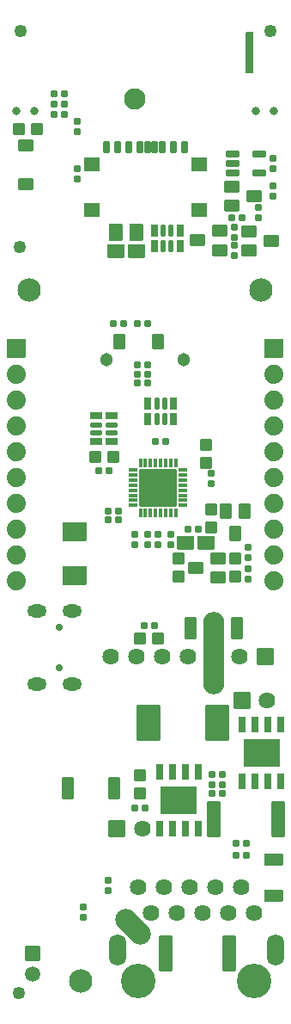
<source format=gbr>
%TF.GenerationSoftware,KiCad,Pcbnew,7.0.11-7.0.11~ubuntu22.04.1*%
%TF.CreationDate,2025-02-21T15:51:23+02:00*%
%TF.ProjectId,ESP32-PoE-ISO_Rev_M,45535033-322d-4506-9f45-2d49534f5f52,M*%
%TF.SameCoordinates,PX55f9470PYb36f0f0*%
%TF.FileFunction,Soldermask,Bot*%
%TF.FilePolarity,Negative*%
%FSLAX46Y46*%
G04 Gerber Fmt 4.6, Leading zero omitted, Abs format (unit mm)*
G04 Created by KiCad (PCBNEW 7.0.11-7.0.11~ubuntu22.04.1) date 2025-02-21 15:51:23*
%MOMM*%
%LPD*%
G01*
G04 APERTURE LIST*
G04 Aperture macros list*
%AMRoundRect*
0 Rectangle with rounded corners*
0 $1 Rounding radius*
0 $2 $3 $4 $5 $6 $7 $8 $9 X,Y pos of 4 corners*
0 Add a 4 corners polygon primitive as box body*
4,1,4,$2,$3,$4,$5,$6,$7,$8,$9,$2,$3,0*
0 Add four circle primitives for the rounded corners*
1,1,$1+$1,$2,$3*
1,1,$1+$1,$4,$5*
1,1,$1+$1,$6,$7*
1,1,$1+$1,$8,$9*
0 Add four rect primitives between the rounded corners*
20,1,$1+$1,$2,$3,$4,$5,0*
20,1,$1+$1,$4,$5,$6,$7,0*
20,1,$1+$1,$6,$7,$8,$9,0*
20,1,$1+$1,$8,$9,$2,$3,0*%
%AMHorizOval*
0 Thick line with rounded ends*
0 $1 width*
0 $2 $3 position (X,Y) of the first rounded end (center of the circle)*
0 $4 $5 position (X,Y) of the second rounded end (center of the circle)*
0 Add line between two ends*
20,1,$1,$2,$3,$4,$5,0*
0 Add two circle primitives to create the rounded ends*
1,1,$1,$2,$3*
1,1,$1,$4,$5*%
G04 Aperture macros list end*
%ADD10C,0.801600*%
%ADD11HorizOval,2.101600X-0.707107X0.707107X0.707107X-0.707107X0*%
%ADD12RoundRect,0.050800X0.762000X0.762000X-0.762000X0.762000X-0.762000X-0.762000X0.762000X-0.762000X0*%
%ADD13C,1.625600*%
%ADD14C,0.701600*%
%ADD15O,1.901600X1.301600*%
%ADD16O,2.101600X8.101600*%
%ADD17C,3.401601*%
%ADD18O,1.701600X3.101599*%
%ADD19C,1.301600*%
%ADD20C,2.101600*%
%ADD21C,2.301600*%
%ADD22RoundRect,0.050800X-0.700000X0.700000X-0.700000X-0.700000X0.700000X-0.700000X0.700000X0.700000X0*%
%ADD23C,1.501600*%
%ADD24RoundRect,0.050800X-0.762000X-0.635000X0.762000X-0.635000X0.762000X0.635000X-0.762000X0.635000X0*%
%ADD25RoundRect,0.050800X-0.889000X0.889000X-0.889000X-0.889000X0.889000X-0.889000X0.889000X0.889000X0*%
%ADD26C,1.879600*%
%ADD27C,1.254000*%
%ADD28RoundRect,0.050800X-0.250000X-0.275000X0.250000X-0.275000X0.250000X0.275000X-0.250000X0.275000X0*%
%ADD29RoundRect,0.050800X0.250000X0.275000X-0.250000X0.275000X-0.250000X-0.275000X0.250000X-0.275000X0*%
%ADD30RoundRect,0.050800X-0.275000X0.250000X-0.275000X-0.250000X0.275000X-0.250000X0.275000X0.250000X0*%
%ADD31RoundRect,0.050800X0.275000X-0.250000X0.275000X0.250000X-0.275000X0.250000X-0.275000X-0.250000X0*%
%ADD32RoundRect,0.050800X-0.317500X-0.508000X0.317500X-0.508000X0.317500X0.508000X-0.317500X0.508000X0*%
%ADD33RoundRect,0.050800X-0.190500X-0.508000X0.190500X-0.508000X0.190500X0.508000X-0.190500X0.508000X0*%
%ADD34RoundRect,0.050800X-0.508000X-0.508000X0.508000X-0.508000X0.508000X0.508000X-0.508000X0.508000X0*%
%ADD35RoundRect,0.050800X-0.889000X0.508000X-0.889000X-0.508000X0.889000X-0.508000X0.889000X0.508000X0*%
%ADD36RoundRect,0.050800X-0.508000X-1.016000X0.508000X-1.016000X0.508000X1.016000X-0.508000X1.016000X0*%
%ADD37RoundRect,0.050800X0.508000X-0.508000X0.508000X0.508000X-0.508000X0.508000X-0.508000X-0.508000X0*%
%ADD38RoundRect,0.050800X-0.508000X0.508000X-0.508000X-0.508000X0.508000X-0.508000X0.508000X0.508000X0*%
%ADD39RoundRect,0.050800X0.508000X0.508000X-0.508000X0.508000X-0.508000X-0.508000X0.508000X-0.508000X0*%
%ADD40RoundRect,0.050800X0.762000X0.635000X-0.762000X0.635000X-0.762000X-0.635000X0.762000X-0.635000X0*%
%ADD41RoundRect,0.050800X-0.400000X-0.125000X0.400000X-0.125000X0.400000X0.125000X-0.400000X0.125000X0*%
%ADD42RoundRect,0.050800X-0.125000X0.400000X-0.125000X-0.400000X0.125000X-0.400000X0.125000X0.400000X0*%
%ADD43RoundRect,0.050800X0.400000X0.125000X-0.400000X0.125000X-0.400000X-0.125000X0.400000X-0.125000X0*%
%ADD44RoundRect,0.050800X0.125000X-0.400000X0.125000X0.400000X-0.125000X0.400000X-0.125000X-0.400000X0*%
%ADD45RoundRect,0.050800X0.800000X-0.800000X0.800000X0.800000X-0.800000X0.800000X-0.800000X-0.800000X0*%
%ADD46RoundRect,0.050800X1.800000X-1.800000X1.800000X1.800000X-1.800000X1.800000X-1.800000X-1.800000X0*%
%ADD47RoundRect,0.050800X0.500000X-0.700000X0.500000X0.700000X-0.500000X0.700000X-0.500000X-0.700000X0*%
%ADD48RoundRect,0.050800X-0.700000X-0.500000X0.700000X-0.500000X0.700000X0.500000X-0.700000X0.500000X0*%
%ADD49RoundRect,0.050800X0.700000X0.500000X-0.700000X0.500000X-0.700000X-0.500000X0.700000X-0.500000X0*%
%ADD50RoundRect,0.050800X0.700000X-0.500000X0.700000X0.500000X-0.700000X0.500000X-0.700000X-0.500000X0*%
%ADD51RoundRect,0.050800X-0.500000X-0.700000X0.500000X-0.700000X0.500000X0.700000X-0.500000X0.700000X0*%
%ADD52RoundRect,0.050800X0.635000X-0.762000X0.635000X0.762000X-0.635000X0.762000X-0.635000X-0.762000X0*%
%ADD53RoundRect,0.050800X1.143000X-0.889000X1.143000X0.889000X-1.143000X0.889000X-1.143000X-0.889000X0*%
%ADD54RoundRect,0.050800X0.508000X-0.317500X0.508000X0.317500X-0.508000X0.317500X-0.508000X-0.317500X0*%
%ADD55RoundRect,0.050800X0.508000X-0.190500X0.508000X0.190500X-0.508000X0.190500X-0.508000X-0.190500X0*%
%ADD56RoundRect,0.050800X-1.100000X-1.700000X1.100000X-1.700000X1.100000X1.700000X-1.100000X1.700000X0*%
%ADD57RoundRect,0.050800X-0.600000X-1.700000X0.600000X-1.700000X0.600000X1.700000X-0.600000X1.700000X0*%
%ADD58RoundRect,0.050800X-0.300000X-0.700000X0.300000X-0.700000X0.300000X0.700000X-0.300000X0.700000X0*%
%ADD59C,1.901600*%
%ADD60RoundRect,0.050800X-1.750000X1.300000X-1.750000X-1.300000X1.750000X-1.300000X1.750000X1.300000X0*%
%ADD61RoundRect,0.050800X0.600000X0.275000X-0.600000X0.275000X-0.600000X-0.275000X0.600000X-0.275000X0*%
%ADD62RoundRect,0.050800X-0.250000X-0.500000X0.250000X-0.500000X0.250000X0.500000X-0.250000X0.500000X0*%
%ADD63RoundRect,0.050800X-0.750000X-0.600000X0.750000X-0.600000X0.750000X0.600000X-0.750000X0.600000X0*%
%ADD64RoundRect,0.050800X0.300000X0.700000X-0.300000X0.700000X-0.300000X-0.700000X0.300000X-0.700000X0*%
%ADD65RoundRect,0.050800X1.750000X-1.300000X1.750000X1.300000X-1.750000X1.300000X-1.750000X-1.300000X0*%
G04 APERTURE END LIST*
D10*
%TO.C,BUT1*%
X24909000Y88328000D03*
X26709000Y88328000D03*
%TD*%
%TO.C,RST1*%
X1271000Y88328000D03*
X3071000Y88328000D03*
%TD*%
D11*
%TO.C,Drill_Slot3*%
X12821600Y8051300D03*
%TD*%
D12*
%TO.C,DCDC1*%
X25801000Y34607000D03*
D13*
X23261000Y34607000D03*
X18181000Y34607000D03*
X15641000Y34607000D03*
X13101000Y34607000D03*
X10561000Y34607000D03*
%TD*%
%TO.C,C27*%
X13716000Y17716000D03*
D12*
X11216000Y17716000D03*
%TD*%
D14*
%TO.C,USB-UART1*%
X5476000Y33496000D03*
X5476000Y37496000D03*
D15*
X6796000Y31896000D03*
X6796000Y39096000D03*
X3326000Y31896000D03*
X3326000Y39096000D03*
%TD*%
D16*
%TO.C,Drill_Slot1*%
X20721000Y35000000D03*
%TD*%
D17*
%TO.C,LAN_CON1*%
X13335000Y2707000D03*
X24765000Y2707000D03*
D18*
X11250000Y5757000D03*
X26850000Y5757000D03*
D13*
X13335000Y11897000D03*
X14605000Y9357000D03*
X15875000Y11897000D03*
X17145000Y9357000D03*
X18415000Y11897000D03*
X19685000Y9357000D03*
X20955000Y11897000D03*
X22225000Y9357000D03*
X23495000Y11897000D03*
X24765000Y9357000D03*
%TD*%
D19*
%TO.C,UEXT1*%
X10180000Y63817000D03*
X17800000Y63817000D03*
%TD*%
D13*
%TO.C,C26*%
X26035000Y30289000D03*
D12*
X23535000Y30289000D03*
%TD*%
D20*
%TO.C,U6*%
X12990000Y89459000D03*
%TD*%
D21*
%TO.C,MH1*%
X7640000Y2730000D03*
%TD*%
%TO.C,MH2*%
X2560000Y70675000D03*
%TD*%
%TO.C,MH3*%
X25420000Y70675000D03*
%TD*%
D22*
%TO.C,BAT1*%
X2920680Y5409700D03*
D23*
X2923220Y3380240D03*
%TD*%
D24*
%TO.C,L5*%
X11069000Y74485000D03*
X13101000Y74485000D03*
%TD*%
D25*
%TO.C,EXT2*%
X26690000Y64930000D03*
D26*
X26690000Y62390000D03*
X26690000Y59850000D03*
X26690000Y57310000D03*
X26690000Y54770000D03*
X26690000Y52230000D03*
X26690000Y49690000D03*
X26690000Y47150000D03*
X26690000Y44610000D03*
X26690000Y42070000D03*
%TD*%
D27*
%TO.C,FID6*%
X1500000Y1500000D03*
%TD*%
D28*
%TO.C,R37*%
X11831000Y67373000D03*
D29*
X10815000Y67373000D03*
%TD*%
D30*
%TO.C,R40*%
X7259000Y81642000D03*
D31*
X7259000Y82658000D03*
%TD*%
D27*
%TO.C,FID5*%
X26300000Y96200000D03*
%TD*%
%TO.C,FID4*%
X1700000Y96200000D03*
%TD*%
D32*
%TO.C,RM3*%
X14879000Y76517000D03*
X14879000Y74993000D03*
D33*
X15768000Y76517000D03*
X15768000Y74993000D03*
X16530000Y76517000D03*
X16530000Y74993000D03*
D32*
X17419000Y76517000D03*
X17419000Y74993000D03*
%TD*%
D29*
%TO.C,R39*%
X13228000Y61531000D03*
D28*
X14244000Y61531000D03*
%TD*%
D25*
%TO.C,EXT1*%
X1290000Y64930000D03*
D26*
X1290000Y62390000D03*
X1290000Y59850000D03*
X1290000Y57310000D03*
X1290000Y54770000D03*
X1290000Y52230000D03*
X1290000Y49690000D03*
X1290000Y47150000D03*
X1290000Y44610000D03*
X1290000Y42070000D03*
%TD*%
D34*
%TO.C,C19*%
X13482000Y36385000D03*
X15260000Y36385000D03*
%TD*%
D35*
%TO.C,C2*%
X26690000Y14668000D03*
X26690000Y11112000D03*
%TD*%
D36*
%TO.C,C20*%
X18435000Y37401000D03*
X23007000Y37401000D03*
%TD*%
%TO.C,C23*%
X6370000Y21653000D03*
X10942000Y21653000D03*
%TD*%
D30*
%TO.C,R3*%
X24150000Y44386000D03*
D31*
X24150000Y45402000D03*
%TD*%
D37*
%TO.C,C10*%
X22880000Y42481000D03*
X22880000Y44259000D03*
%TD*%
D28*
%TO.C,C18*%
X10434000Y52950000D03*
D29*
X9418000Y52950000D03*
%TD*%
D38*
%TO.C,C21*%
X19959000Y55435000D03*
X19959000Y53657000D03*
%TD*%
D39*
%TO.C,C17*%
X10815000Y54250000D03*
X9037000Y54250000D03*
%TD*%
D40*
%TO.C,L1*%
X19959000Y45783000D03*
X17927000Y45783000D03*
%TD*%
D41*
%TO.C,U4*%
X12810000Y49494000D03*
X12810000Y49994000D03*
X12810000Y50494000D03*
X12810000Y50994000D03*
X12810000Y51494000D03*
X12810000Y51994000D03*
X12810000Y52494000D03*
X12810000Y52994000D03*
D42*
X13510000Y53694000D03*
X14010000Y53694000D03*
X14510000Y53694000D03*
X15010000Y53694000D03*
X15510000Y53694000D03*
X16010000Y53694000D03*
X16510000Y53694000D03*
X17010000Y53694000D03*
D43*
X17710000Y52994000D03*
X17710000Y52494000D03*
X17710000Y51994000D03*
X17710000Y51494000D03*
X17710000Y50994000D03*
X17710000Y50494000D03*
X17710000Y49994000D03*
X17710000Y49494000D03*
D44*
X17010000Y48794000D03*
X16510000Y48794000D03*
X16010000Y48794000D03*
X15510000Y48794000D03*
X15010000Y48794000D03*
X14510000Y48794000D03*
X14010000Y48794000D03*
X13510000Y48794000D03*
D10*
X14760000Y49944000D03*
X15760000Y49944000D03*
X13960000Y50744000D03*
X16560000Y50744000D03*
D45*
X15260000Y51244000D03*
D46*
X15260000Y51244000D03*
D10*
X13960000Y51744000D03*
X16560000Y51744000D03*
X14760000Y52544000D03*
X15760000Y52544000D03*
%TD*%
D47*
%TO.C,T1*%
X21930040Y48922440D03*
X23832500Y48922440D03*
X22877460Y46712640D03*
%TD*%
D30*
%TO.C,R12*%
X16530000Y45656000D03*
D31*
X16530000Y46672000D03*
%TD*%
D30*
%TO.C,R2*%
X24150000Y42227000D03*
D31*
X24150000Y43243000D03*
%TD*%
D28*
%TO.C,R16*%
X5989000Y89979000D03*
D29*
X4973000Y89979000D03*
%TD*%
%TO.C,R7*%
X4973000Y87947000D03*
D28*
X5989000Y87947000D03*
%TD*%
D37*
%TO.C,C9*%
X20467000Y47307000D03*
X20467000Y49085000D03*
%TD*%
D48*
%TO.C,FET3*%
X21193440Y44319960D03*
X21193440Y42417500D03*
X18983640Y43372540D03*
%TD*%
D31*
%TO.C,R25*%
X20467000Y52641000D03*
D30*
X20467000Y51625000D03*
%TD*%
D28*
%TO.C,C16*%
X11323000Y48958000D03*
D29*
X10307000Y48958000D03*
%TD*%
D28*
%TO.C,R26*%
X11323000Y48069000D03*
D29*
X10307000Y48069000D03*
%TD*%
%TO.C,R1*%
X13863000Y37655000D03*
D28*
X14879000Y37655000D03*
%TD*%
D30*
%TO.C,R20*%
X22753000Y75882000D03*
D31*
X22753000Y76898000D03*
%TD*%
D30*
%TO.C,R21*%
X22753000Y74104000D03*
D31*
X22753000Y75120000D03*
%TD*%
D49*
%TO.C,Q3*%
X24185560Y74551040D03*
X24185560Y76453500D03*
X26395360Y75498460D03*
%TD*%
D48*
%TO.C,Q2*%
X21356000Y76517000D03*
X21356000Y74614540D03*
X19146200Y75569580D03*
%TD*%
D50*
%TO.C,D2*%
X22542000Y78996000D03*
X22542000Y80896000D03*
X24742000Y79946000D03*
%TD*%
D29*
%TO.C,R31*%
X13228000Y62420000D03*
D28*
X14244000Y62420000D03*
%TD*%
D31*
%TO.C,R49*%
X26563000Y80962000D03*
D30*
X26563000Y79946000D03*
%TD*%
D29*
%TO.C,R35*%
X13228000Y67373000D03*
D28*
X14244000Y67373000D03*
%TD*%
D29*
%TO.C,R36*%
X13228000Y63309000D03*
D28*
X14244000Y63309000D03*
%TD*%
D38*
%TO.C,C13*%
X17292000Y44259000D03*
X17292000Y42481000D03*
%TD*%
D29*
%TO.C,R46*%
X22499000Y77787000D03*
D28*
X23515000Y77787000D03*
%TD*%
D51*
%TO.C,D4*%
X11455000Y65595000D03*
X15255000Y65595000D03*
%TD*%
D30*
%TO.C,R11*%
X12974000Y45656000D03*
D31*
X12974000Y46672000D03*
%TD*%
D30*
%TO.C,R10*%
X14244000Y45656000D03*
D31*
X14244000Y46672000D03*
%TD*%
D50*
%TO.C,D9*%
X2179000Y81094000D03*
X2179000Y84894000D03*
%TD*%
D31*
%TO.C,TVS2*%
X10307000Y12636000D03*
D30*
X10307000Y11620000D03*
%TD*%
D31*
%TO.C,TVS3*%
X7894000Y9969000D03*
D30*
X7894000Y8953000D03*
%TD*%
D52*
%TO.C,C3*%
X13101000Y76390000D03*
X11069000Y76390000D03*
%TD*%
D32*
%TO.C,RM2*%
X14244000Y59499000D03*
X14244000Y57975000D03*
D33*
X15133000Y59499000D03*
X15133000Y57975000D03*
X15895000Y59499000D03*
X15895000Y57975000D03*
D32*
X16784000Y59499000D03*
X16784000Y57975000D03*
%TD*%
D30*
%TO.C,R13*%
X15260000Y45656000D03*
D31*
X15260000Y46672000D03*
%TD*%
D29*
%TO.C,C15*%
X18181000Y47180000D03*
D28*
X19197000Y47180000D03*
%TD*%
D53*
%TO.C,D8*%
X7005000Y42590000D03*
X7005000Y46944000D03*
%TD*%
D28*
%TO.C,C25*%
X21610000Y21145000D03*
D29*
X20594000Y21145000D03*
%TD*%
%TO.C,R22*%
X22942000Y15050000D03*
D28*
X23958000Y15050000D03*
%TD*%
%TO.C,R23*%
X23958000Y16250000D03*
D29*
X22942000Y16250000D03*
%TD*%
D28*
%TO.C,C28*%
X5989000Y88963000D03*
D29*
X4973000Y88963000D03*
%TD*%
%TO.C,C14*%
X15006000Y55816000D03*
D28*
X16022000Y55816000D03*
%TD*%
D54*
%TO.C,RM1*%
X9164000Y55780000D03*
X10688000Y55780000D03*
D55*
X9164000Y56669000D03*
X10688000Y56669000D03*
X9164000Y57431000D03*
X10688000Y57431000D03*
D54*
X9164000Y58320000D03*
X10688000Y58320000D03*
%TD*%
D38*
%TO.C,C12*%
X13482000Y22923000D03*
X13482000Y21145000D03*
%TD*%
D28*
%TO.C,R33*%
X13990000Y19748000D03*
D29*
X12974000Y19748000D03*
%TD*%
D56*
%TO.C,D5*%
X14273000Y28130000D03*
X21073000Y28130000D03*
%TD*%
D57*
%TO.C,R41*%
X20775000Y18605000D03*
X27075000Y18605000D03*
%TD*%
D58*
%TO.C,U5*%
X15387000Y23304000D03*
X16657000Y23304000D03*
X17927000Y23304000D03*
X19197000Y23304000D03*
X19197000Y17704000D03*
X17927000Y17704000D03*
X16657000Y17704000D03*
X15387000Y17704000D03*
D59*
X17292000Y20504000D03*
D60*
X17292000Y20504000D03*
%TD*%
D29*
%TO.C,R34*%
X20594000Y23050000D03*
D28*
X21610000Y23050000D03*
%TD*%
D31*
%TO.C,C29*%
X26563000Y83629000D03*
D30*
X26563000Y82613000D03*
%TD*%
D61*
%TO.C,U8*%
X22601000Y82170999D03*
X22601000Y83120999D03*
X22601000Y84070999D03*
X25201000Y84070999D03*
X25201000Y82170999D03*
%TD*%
D31*
%TO.C,R42*%
X7259000Y87312000D03*
D30*
X7259000Y86296000D03*
%TD*%
D39*
%TO.C,C31*%
X3322000Y86550000D03*
X1544000Y86550000D03*
%TD*%
D30*
%TO.C,R24*%
X25166000Y77787000D03*
D31*
X25166000Y78803000D03*
%TD*%
D62*
%TO.C,MICRO_SD1*%
X17840000Y84770000D03*
X16740000Y84770000D03*
X15640000Y84770000D03*
X14890000Y84770000D03*
X13440000Y84770000D03*
X12340000Y84770000D03*
X11240000Y84770000D03*
X10140000Y84770000D03*
X14190000Y84770000D03*
D63*
X8690000Y83020000D03*
X8690000Y78570000D03*
X19290000Y83020000D03*
X19290000Y78570000D03*
%TD*%
D28*
%TO.C,R38*%
X21610000Y22034000D03*
D29*
X20594000Y22034000D03*
%TD*%
D64*
%TO.C,U2*%
X27355000Y22350000D03*
X26085000Y22350000D03*
X24815000Y22350000D03*
X23545000Y22350000D03*
X23545000Y27950000D03*
X24815000Y27950000D03*
X26085000Y27950000D03*
X27355000Y27950000D03*
D59*
X25450000Y25150000D03*
D65*
X25450000Y25150000D03*
%TD*%
D57*
%TO.C,R27*%
X16000000Y5450000D03*
X22300000Y5450000D03*
%TD*%
D27*
%TO.C,FID8*%
X1650000Y74900000D03*
%TD*%
G36*
X24616531Y96055787D02*
G01*
X24653076Y96005487D01*
X24658000Y95974400D01*
X24658000Y92111600D01*
X24638787Y92052469D01*
X24588487Y92015924D01*
X24557400Y92011000D01*
X23996600Y92011000D01*
X23937469Y92030213D01*
X23900924Y92080513D01*
X23896000Y92111600D01*
X23896000Y95974400D01*
X23915213Y96033531D01*
X23965513Y96070076D01*
X23996600Y96075000D01*
X24557400Y96075000D01*
X24616531Y96055787D01*
G37*
M02*

</source>
